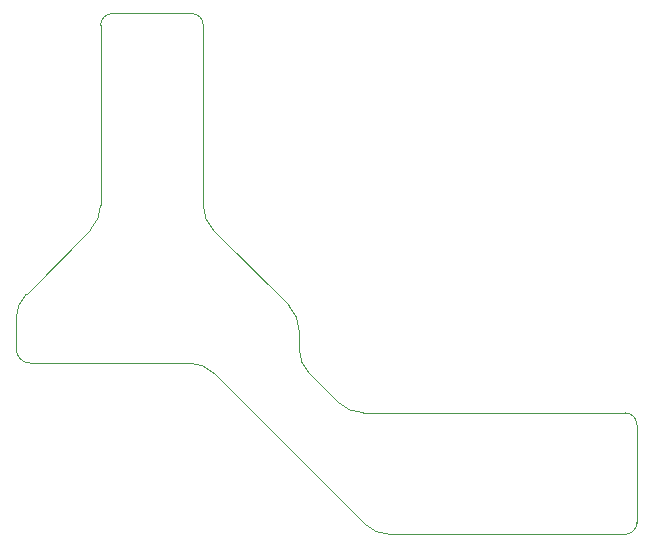
<source format=gm1>
G04 #@! TF.GenerationSoftware,KiCad,Pcbnew,7.0.9*
G04 #@! TF.CreationDate,2024-09-23T21:54:56+08:00*
G04 #@! TF.ProjectId,thingy,7468696e-6779-42e6-9b69-6361645f7063,rev?*
G04 #@! TF.SameCoordinates,Original*
G04 #@! TF.FileFunction,Profile,NP*
%FSLAX46Y46*%
G04 Gerber Fmt 4.6, Leading zero omitted, Abs format (unit mm)*
G04 Created by KiCad (PCBNEW 7.0.9) date 2024-09-23 21:54:56*
%MOMM*%
%LPD*%
G01*
G04 APERTURE LIST*
G04 #@! TA.AperFunction,Profile*
%ADD10C,0.100000*%
G04 #@! TD*
G04 APERTURE END LIST*
D10*
X105278699Y-3478659D02*
G75*
G03*
X103157359Y-2600000I-2121299J-2121341D01*
G01*
X104350029Y10742641D02*
G75*
G03*
X105228680Y8621320I2999971J-41D01*
G01*
X118021300Y-16221340D02*
G75*
G03*
X120142641Y-17100000I2121300J2121340D01*
G01*
X115771301Y-5921341D02*
G75*
G03*
X117892641Y-6800000I2121299J2121341D01*
G01*
X89378660Y3278700D02*
G75*
G03*
X88500000Y1157359I2121340J-2121300D01*
G01*
X112449971Y157359D02*
G75*
G03*
X111571321Y2278679I-2999971J41D01*
G01*
X94771341Y8671301D02*
G75*
G03*
X95650000Y10792641I-2121341J2121299D01*
G01*
X112450029Y-1357359D02*
G75*
G03*
X113328680Y-3478680I2999971J-41D01*
G01*
X103157359Y-2600000D02*
X89700000Y-2600000D01*
X112450000Y157359D02*
X112450000Y-1357359D01*
X117892641Y-6800000D02*
X140050000Y-6800000D01*
X95650000Y10792641D02*
X95650000Y26000000D01*
X96650000Y27000000D02*
G75*
G03*
X95650000Y26000000I0J-1000000D01*
G01*
X140050000Y-17100000D02*
X120142641Y-17100000D01*
X141050000Y-7800000D02*
G75*
G03*
X140050000Y-6800000I-1000000J0D01*
G01*
X118021320Y-16221320D02*
X105278679Y-3478679D01*
X88500000Y-1400000D02*
X88500000Y1157359D01*
X104350000Y26000000D02*
X104350000Y10742641D01*
X104350000Y26000000D02*
G75*
G03*
X103350000Y27000000I-1000000J0D01*
G01*
X141050000Y-7800000D02*
X141050000Y-16100000D01*
X113328680Y-3478680D02*
X115771321Y-5921321D01*
X140050000Y-17100000D02*
G75*
G03*
X141050000Y-16100000I0J1000000D01*
G01*
X88500000Y-1400000D02*
G75*
G03*
X89700000Y-2600000I1200000J0D01*
G01*
X105228680Y8621320D02*
X111571321Y2278679D01*
X89378680Y3278680D02*
X94771321Y8671321D01*
X96650000Y27000000D02*
X103350000Y27000000D01*
M02*

</source>
